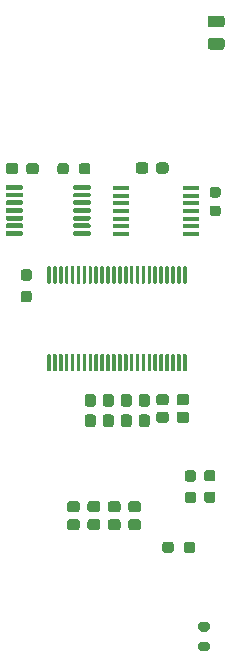
<source format=gbp>
G04 #@! TF.GenerationSoftware,KiCad,Pcbnew,(5.1.12)-1*
G04 #@! TF.CreationDate,2022-08-10T22:17:10-07:00*
G04 #@! TF.ProjectId,jbVeraHDMI,6a625665-7261-4484-944d-492e6b696361,rev?*
G04 #@! TF.SameCoordinates,Original*
G04 #@! TF.FileFunction,Paste,Bot*
G04 #@! TF.FilePolarity,Positive*
%FSLAX46Y46*%
G04 Gerber Fmt 4.6, Leading zero omitted, Abs format (unit mm)*
G04 Created by KiCad (PCBNEW (5.1.12)-1) date 2022-08-10 22:17:10*
%MOMM*%
%LPD*%
G01*
G04 APERTURE LIST*
%ADD10R,1.450000X0.450000*%
G04 APERTURE END LIST*
G36*
G01*
X147704800Y-115692100D02*
X148179800Y-115692100D01*
G75*
G02*
X148417300Y-115929600I0J-237500D01*
G01*
X148417300Y-116429600D01*
G75*
G02*
X148179800Y-116667100I-237500J0D01*
G01*
X147704800Y-116667100D01*
G75*
G02*
X147467300Y-116429600I0J237500D01*
G01*
X147467300Y-115929600D01*
G75*
G02*
X147704800Y-115692100I237500J0D01*
G01*
G37*
G36*
G01*
X147704800Y-113867100D02*
X148179800Y-113867100D01*
G75*
G02*
X148417300Y-114104600I0J-237500D01*
G01*
X148417300Y-114604600D01*
G75*
G02*
X148179800Y-114842100I-237500J0D01*
G01*
X147704800Y-114842100D01*
G75*
G02*
X147467300Y-114604600I0J237500D01*
G01*
X147467300Y-114104600D01*
G75*
G02*
X147704800Y-113867100I237500J0D01*
G01*
G37*
G36*
G01*
X146066500Y-115715600D02*
X146541500Y-115715600D01*
G75*
G02*
X146779000Y-115953100I0J-237500D01*
G01*
X146779000Y-116453100D01*
G75*
G02*
X146541500Y-116690600I-237500J0D01*
G01*
X146066500Y-116690600D01*
G75*
G02*
X145829000Y-116453100I0J237500D01*
G01*
X145829000Y-115953100D01*
G75*
G02*
X146066500Y-115715600I237500J0D01*
G01*
G37*
G36*
G01*
X146066500Y-113890600D02*
X146541500Y-113890600D01*
G75*
G02*
X146779000Y-114128100I0J-237500D01*
G01*
X146779000Y-114628100D01*
G75*
G02*
X146541500Y-114865600I-237500J0D01*
G01*
X146066500Y-114865600D01*
G75*
G02*
X145829000Y-114628100I0J237500D01*
G01*
X145829000Y-114128100D01*
G75*
G02*
X146066500Y-113890600I237500J0D01*
G01*
G37*
G36*
G01*
X132635000Y-97845700D02*
X132160000Y-97845700D01*
G75*
G02*
X131922500Y-97608200I0J237500D01*
G01*
X131922500Y-97108200D01*
G75*
G02*
X132160000Y-96870700I237500J0D01*
G01*
X132635000Y-96870700D01*
G75*
G02*
X132872500Y-97108200I0J-237500D01*
G01*
X132872500Y-97608200D01*
G75*
G02*
X132635000Y-97845700I-237500J0D01*
G01*
G37*
G36*
G01*
X132635000Y-99670700D02*
X132160000Y-99670700D01*
G75*
G02*
X131922500Y-99433200I0J237500D01*
G01*
X131922500Y-98933200D01*
G75*
G02*
X132160000Y-98695700I237500J0D01*
G01*
X132635000Y-98695700D01*
G75*
G02*
X132872500Y-98933200I0J-237500D01*
G01*
X132872500Y-99433200D01*
G75*
G02*
X132635000Y-99670700I-237500J0D01*
G01*
G37*
G36*
G01*
X143391600Y-88540600D02*
X143391600Y-88065600D01*
G75*
G02*
X143629100Y-87828100I237500J0D01*
G01*
X144229100Y-87828100D01*
G75*
G02*
X144466600Y-88065600I0J-237500D01*
G01*
X144466600Y-88540600D01*
G75*
G02*
X144229100Y-88778100I-237500J0D01*
G01*
X143629100Y-88778100D01*
G75*
G02*
X143391600Y-88540600I0J237500D01*
G01*
G37*
G36*
G01*
X141666600Y-88540600D02*
X141666600Y-88065600D01*
G75*
G02*
X141904100Y-87828100I237500J0D01*
G01*
X142504100Y-87828100D01*
G75*
G02*
X142741600Y-88065600I0J-237500D01*
G01*
X142741600Y-88540600D01*
G75*
G02*
X142504100Y-88778100I-237500J0D01*
G01*
X141904100Y-88778100D01*
G75*
G02*
X141666600Y-88540600I0J237500D01*
G01*
G37*
G36*
G01*
X132134400Y-89844900D02*
X132134400Y-90044900D01*
G75*
G02*
X132034400Y-90144900I-100000J0D01*
G01*
X130759400Y-90144900D01*
G75*
G02*
X130659400Y-90044900I0J100000D01*
G01*
X130659400Y-89844900D01*
G75*
G02*
X130759400Y-89744900I100000J0D01*
G01*
X132034400Y-89744900D01*
G75*
G02*
X132134400Y-89844900I0J-100000D01*
G01*
G37*
G36*
G01*
X132134400Y-90494900D02*
X132134400Y-90694900D01*
G75*
G02*
X132034400Y-90794900I-100000J0D01*
G01*
X130759400Y-90794900D01*
G75*
G02*
X130659400Y-90694900I0J100000D01*
G01*
X130659400Y-90494900D01*
G75*
G02*
X130759400Y-90394900I100000J0D01*
G01*
X132034400Y-90394900D01*
G75*
G02*
X132134400Y-90494900I0J-100000D01*
G01*
G37*
G36*
G01*
X132134400Y-91144900D02*
X132134400Y-91344900D01*
G75*
G02*
X132034400Y-91444900I-100000J0D01*
G01*
X130759400Y-91444900D01*
G75*
G02*
X130659400Y-91344900I0J100000D01*
G01*
X130659400Y-91144900D01*
G75*
G02*
X130759400Y-91044900I100000J0D01*
G01*
X132034400Y-91044900D01*
G75*
G02*
X132134400Y-91144900I0J-100000D01*
G01*
G37*
G36*
G01*
X132134400Y-91794900D02*
X132134400Y-91994900D01*
G75*
G02*
X132034400Y-92094900I-100000J0D01*
G01*
X130759400Y-92094900D01*
G75*
G02*
X130659400Y-91994900I0J100000D01*
G01*
X130659400Y-91794900D01*
G75*
G02*
X130759400Y-91694900I100000J0D01*
G01*
X132034400Y-91694900D01*
G75*
G02*
X132134400Y-91794900I0J-100000D01*
G01*
G37*
G36*
G01*
X132134400Y-92444900D02*
X132134400Y-92644900D01*
G75*
G02*
X132034400Y-92744900I-100000J0D01*
G01*
X130759400Y-92744900D01*
G75*
G02*
X130659400Y-92644900I0J100000D01*
G01*
X130659400Y-92444900D01*
G75*
G02*
X130759400Y-92344900I100000J0D01*
G01*
X132034400Y-92344900D01*
G75*
G02*
X132134400Y-92444900I0J-100000D01*
G01*
G37*
G36*
G01*
X132134400Y-93094900D02*
X132134400Y-93294900D01*
G75*
G02*
X132034400Y-93394900I-100000J0D01*
G01*
X130759400Y-93394900D01*
G75*
G02*
X130659400Y-93294900I0J100000D01*
G01*
X130659400Y-93094900D01*
G75*
G02*
X130759400Y-92994900I100000J0D01*
G01*
X132034400Y-92994900D01*
G75*
G02*
X132134400Y-93094900I0J-100000D01*
G01*
G37*
G36*
G01*
X132134400Y-93744900D02*
X132134400Y-93944900D01*
G75*
G02*
X132034400Y-94044900I-100000J0D01*
G01*
X130759400Y-94044900D01*
G75*
G02*
X130659400Y-93944900I0J100000D01*
G01*
X130659400Y-93744900D01*
G75*
G02*
X130759400Y-93644900I100000J0D01*
G01*
X132034400Y-93644900D01*
G75*
G02*
X132134400Y-93744900I0J-100000D01*
G01*
G37*
G36*
G01*
X137859400Y-93744900D02*
X137859400Y-93944900D01*
G75*
G02*
X137759400Y-94044900I-100000J0D01*
G01*
X136484400Y-94044900D01*
G75*
G02*
X136384400Y-93944900I0J100000D01*
G01*
X136384400Y-93744900D01*
G75*
G02*
X136484400Y-93644900I100000J0D01*
G01*
X137759400Y-93644900D01*
G75*
G02*
X137859400Y-93744900I0J-100000D01*
G01*
G37*
G36*
G01*
X137859400Y-93094900D02*
X137859400Y-93294900D01*
G75*
G02*
X137759400Y-93394900I-100000J0D01*
G01*
X136484400Y-93394900D01*
G75*
G02*
X136384400Y-93294900I0J100000D01*
G01*
X136384400Y-93094900D01*
G75*
G02*
X136484400Y-92994900I100000J0D01*
G01*
X137759400Y-92994900D01*
G75*
G02*
X137859400Y-93094900I0J-100000D01*
G01*
G37*
G36*
G01*
X137859400Y-92444900D02*
X137859400Y-92644900D01*
G75*
G02*
X137759400Y-92744900I-100000J0D01*
G01*
X136484400Y-92744900D01*
G75*
G02*
X136384400Y-92644900I0J100000D01*
G01*
X136384400Y-92444900D01*
G75*
G02*
X136484400Y-92344900I100000J0D01*
G01*
X137759400Y-92344900D01*
G75*
G02*
X137859400Y-92444900I0J-100000D01*
G01*
G37*
G36*
G01*
X137859400Y-91794900D02*
X137859400Y-91994900D01*
G75*
G02*
X137759400Y-92094900I-100000J0D01*
G01*
X136484400Y-92094900D01*
G75*
G02*
X136384400Y-91994900I0J100000D01*
G01*
X136384400Y-91794900D01*
G75*
G02*
X136484400Y-91694900I100000J0D01*
G01*
X137759400Y-91694900D01*
G75*
G02*
X137859400Y-91794900I0J-100000D01*
G01*
G37*
G36*
G01*
X137859400Y-91144900D02*
X137859400Y-91344900D01*
G75*
G02*
X137759400Y-91444900I-100000J0D01*
G01*
X136484400Y-91444900D01*
G75*
G02*
X136384400Y-91344900I0J100000D01*
G01*
X136384400Y-91144900D01*
G75*
G02*
X136484400Y-91044900I100000J0D01*
G01*
X137759400Y-91044900D01*
G75*
G02*
X137859400Y-91144900I0J-100000D01*
G01*
G37*
G36*
G01*
X137859400Y-90494900D02*
X137859400Y-90694900D01*
G75*
G02*
X137759400Y-90794900I-100000J0D01*
G01*
X136484400Y-90794900D01*
G75*
G02*
X136384400Y-90694900I0J100000D01*
G01*
X136384400Y-90494900D01*
G75*
G02*
X136484400Y-90394900I100000J0D01*
G01*
X137759400Y-90394900D01*
G75*
G02*
X137859400Y-90494900I0J-100000D01*
G01*
G37*
G36*
G01*
X137859400Y-89844900D02*
X137859400Y-90044900D01*
G75*
G02*
X137759400Y-90144900I-100000J0D01*
G01*
X136484400Y-90144900D01*
G75*
G02*
X136384400Y-90044900I0J100000D01*
G01*
X136384400Y-89844900D01*
G75*
G02*
X136484400Y-89744900I100000J0D01*
G01*
X137759400Y-89744900D01*
G75*
G02*
X137859400Y-89844900I0J-100000D01*
G01*
G37*
G36*
G01*
X132401020Y-88583780D02*
X132401020Y-88108780D01*
G75*
G02*
X132638520Y-87871280I237500J0D01*
G01*
X133238520Y-87871280D01*
G75*
G02*
X133476020Y-88108780I0J-237500D01*
G01*
X133476020Y-88583780D01*
G75*
G02*
X133238520Y-88821280I-237500J0D01*
G01*
X132638520Y-88821280D01*
G75*
G02*
X132401020Y-88583780I0J237500D01*
G01*
G37*
G36*
G01*
X130676020Y-88583780D02*
X130676020Y-88108780D01*
G75*
G02*
X130913520Y-87871280I237500J0D01*
G01*
X131513520Y-87871280D01*
G75*
G02*
X131751020Y-88108780I0J-237500D01*
G01*
X131751020Y-88583780D01*
G75*
G02*
X131513520Y-88821280I-237500J0D01*
G01*
X130913520Y-88821280D01*
G75*
G02*
X130676020Y-88583780I0J237500D01*
G01*
G37*
G36*
G01*
X148013400Y-77295200D02*
X148963400Y-77295200D01*
G75*
G02*
X149213400Y-77545200I0J-250000D01*
G01*
X149213400Y-78045200D01*
G75*
G02*
X148963400Y-78295200I-250000J0D01*
G01*
X148013400Y-78295200D01*
G75*
G02*
X147763400Y-78045200I0J250000D01*
G01*
X147763400Y-77545200D01*
G75*
G02*
X148013400Y-77295200I250000J0D01*
G01*
G37*
G36*
G01*
X148013400Y-75395200D02*
X148963400Y-75395200D01*
G75*
G02*
X149213400Y-75645200I0J-250000D01*
G01*
X149213400Y-76145200D01*
G75*
G02*
X148963400Y-76395200I-250000J0D01*
G01*
X148013400Y-76395200D01*
G75*
G02*
X147763400Y-76145200I0J250000D01*
G01*
X147763400Y-75645200D01*
G75*
G02*
X148013400Y-75395200I250000J0D01*
G01*
G37*
G36*
G01*
X142167600Y-109162900D02*
X142642600Y-109162900D01*
G75*
G02*
X142880100Y-109400400I0J-237500D01*
G01*
X142880100Y-110000400D01*
G75*
G02*
X142642600Y-110237900I-237500J0D01*
G01*
X142167600Y-110237900D01*
G75*
G02*
X141930100Y-110000400I0J237500D01*
G01*
X141930100Y-109400400D01*
G75*
G02*
X142167600Y-109162900I237500J0D01*
G01*
G37*
G36*
G01*
X142167600Y-107437900D02*
X142642600Y-107437900D01*
G75*
G02*
X142880100Y-107675400I0J-237500D01*
G01*
X142880100Y-108275400D01*
G75*
G02*
X142642600Y-108512900I-237500J0D01*
G01*
X142167600Y-108512900D01*
G75*
G02*
X141930100Y-108275400I0J237500D01*
G01*
X141930100Y-107675400D01*
G75*
G02*
X142167600Y-107437900I237500J0D01*
G01*
G37*
G36*
G01*
X140643600Y-109164000D02*
X141118600Y-109164000D01*
G75*
G02*
X141356100Y-109401500I0J-237500D01*
G01*
X141356100Y-110001500D01*
G75*
G02*
X141118600Y-110239000I-237500J0D01*
G01*
X140643600Y-110239000D01*
G75*
G02*
X140406100Y-110001500I0J237500D01*
G01*
X140406100Y-109401500D01*
G75*
G02*
X140643600Y-109164000I237500J0D01*
G01*
G37*
G36*
G01*
X140643600Y-107439000D02*
X141118600Y-107439000D01*
G75*
G02*
X141356100Y-107676500I0J-237500D01*
G01*
X141356100Y-108276500D01*
G75*
G02*
X141118600Y-108514000I-237500J0D01*
G01*
X140643600Y-108514000D01*
G75*
G02*
X140406100Y-108276500I0J237500D01*
G01*
X140406100Y-107676500D01*
G75*
G02*
X140643600Y-107439000I237500J0D01*
G01*
G37*
G36*
G01*
X137595600Y-109162900D02*
X138070600Y-109162900D01*
G75*
G02*
X138308100Y-109400400I0J-237500D01*
G01*
X138308100Y-110000400D01*
G75*
G02*
X138070600Y-110237900I-237500J0D01*
G01*
X137595600Y-110237900D01*
G75*
G02*
X137358100Y-110000400I0J237500D01*
G01*
X137358100Y-109400400D01*
G75*
G02*
X137595600Y-109162900I237500J0D01*
G01*
G37*
G36*
G01*
X137595600Y-107437900D02*
X138070600Y-107437900D01*
G75*
G02*
X138308100Y-107675400I0J-237500D01*
G01*
X138308100Y-108275400D01*
G75*
G02*
X138070600Y-108512900I-237500J0D01*
G01*
X137595600Y-108512900D01*
G75*
G02*
X137358100Y-108275400I0J237500D01*
G01*
X137358100Y-107675400D01*
G75*
G02*
X137595600Y-107437900I237500J0D01*
G01*
G37*
G36*
G01*
X139119600Y-109165100D02*
X139594600Y-109165100D01*
G75*
G02*
X139832100Y-109402600I0J-237500D01*
G01*
X139832100Y-110002600D01*
G75*
G02*
X139594600Y-110240100I-237500J0D01*
G01*
X139119600Y-110240100D01*
G75*
G02*
X138882100Y-110002600I0J237500D01*
G01*
X138882100Y-109402600D01*
G75*
G02*
X139119600Y-109165100I237500J0D01*
G01*
G37*
G36*
G01*
X139119600Y-107440100D02*
X139594600Y-107440100D01*
G75*
G02*
X139832100Y-107677600I0J-237500D01*
G01*
X139832100Y-108277600D01*
G75*
G02*
X139594600Y-108515100I-237500J0D01*
G01*
X139119600Y-108515100D01*
G75*
G02*
X138882100Y-108277600I0J237500D01*
G01*
X138882100Y-107677600D01*
G75*
G02*
X139119600Y-107440100I237500J0D01*
G01*
G37*
G36*
G01*
X145129300Y-108149400D02*
X145129300Y-107674400D01*
G75*
G02*
X145366800Y-107436900I237500J0D01*
G01*
X145966800Y-107436900D01*
G75*
G02*
X146204300Y-107674400I0J-237500D01*
G01*
X146204300Y-108149400D01*
G75*
G02*
X145966800Y-108386900I-237500J0D01*
G01*
X145366800Y-108386900D01*
G75*
G02*
X145129300Y-108149400I0J237500D01*
G01*
G37*
G36*
G01*
X143404300Y-108149400D02*
X143404300Y-107674400D01*
G75*
G02*
X143641800Y-107436900I237500J0D01*
G01*
X144241800Y-107436900D01*
G75*
G02*
X144479300Y-107674400I0J-237500D01*
G01*
X144479300Y-108149400D01*
G75*
G02*
X144241800Y-108386900I-237500J0D01*
G01*
X143641800Y-108386900D01*
G75*
G02*
X143404300Y-108149400I0J237500D01*
G01*
G37*
G36*
G01*
X145131500Y-109648000D02*
X145131500Y-109173000D01*
G75*
G02*
X145369000Y-108935500I237500J0D01*
G01*
X145969000Y-108935500D01*
G75*
G02*
X146206500Y-109173000I0J-237500D01*
G01*
X146206500Y-109648000D01*
G75*
G02*
X145969000Y-109885500I-237500J0D01*
G01*
X145369000Y-109885500D01*
G75*
G02*
X145131500Y-109648000I0J237500D01*
G01*
G37*
G36*
G01*
X143406500Y-109648000D02*
X143406500Y-109173000D01*
G75*
G02*
X143644000Y-108935500I237500J0D01*
G01*
X144244000Y-108935500D01*
G75*
G02*
X144481500Y-109173000I0J-237500D01*
G01*
X144481500Y-109648000D01*
G75*
G02*
X144244000Y-109885500I-237500J0D01*
G01*
X143644000Y-109885500D01*
G75*
G02*
X143406500Y-109648000I0J237500D01*
G01*
G37*
G36*
G01*
X141039900Y-118741200D02*
X141039900Y-118266200D01*
G75*
G02*
X141277400Y-118028700I237500J0D01*
G01*
X141877400Y-118028700D01*
G75*
G02*
X142114900Y-118266200I0J-237500D01*
G01*
X142114900Y-118741200D01*
G75*
G02*
X141877400Y-118978700I-237500J0D01*
G01*
X141277400Y-118978700D01*
G75*
G02*
X141039900Y-118741200I0J237500D01*
G01*
G37*
G36*
G01*
X139314900Y-118741200D02*
X139314900Y-118266200D01*
G75*
G02*
X139552400Y-118028700I237500J0D01*
G01*
X140152400Y-118028700D01*
G75*
G02*
X140389900Y-118266200I0J-237500D01*
G01*
X140389900Y-118741200D01*
G75*
G02*
X140152400Y-118978700I-237500J0D01*
G01*
X139552400Y-118978700D01*
G75*
G02*
X139314900Y-118741200I0J237500D01*
G01*
G37*
G36*
G01*
X141041000Y-117217200D02*
X141041000Y-116742200D01*
G75*
G02*
X141278500Y-116504700I237500J0D01*
G01*
X141878500Y-116504700D01*
G75*
G02*
X142116000Y-116742200I0J-237500D01*
G01*
X142116000Y-117217200D01*
G75*
G02*
X141878500Y-117454700I-237500J0D01*
G01*
X141278500Y-117454700D01*
G75*
G02*
X141041000Y-117217200I0J237500D01*
G01*
G37*
G36*
G01*
X139316000Y-117217200D02*
X139316000Y-116742200D01*
G75*
G02*
X139553500Y-116504700I237500J0D01*
G01*
X140153500Y-116504700D01*
G75*
G02*
X140391000Y-116742200I0J-237500D01*
G01*
X140391000Y-117217200D01*
G75*
G02*
X140153500Y-117454700I-237500J0D01*
G01*
X139553500Y-117454700D01*
G75*
G02*
X139316000Y-117217200I0J237500D01*
G01*
G37*
G36*
G01*
X137585500Y-118728500D02*
X137585500Y-118253500D01*
G75*
G02*
X137823000Y-118016000I237500J0D01*
G01*
X138423000Y-118016000D01*
G75*
G02*
X138660500Y-118253500I0J-237500D01*
G01*
X138660500Y-118728500D01*
G75*
G02*
X138423000Y-118966000I-237500J0D01*
G01*
X137823000Y-118966000D01*
G75*
G02*
X137585500Y-118728500I0J237500D01*
G01*
G37*
G36*
G01*
X135860500Y-118728500D02*
X135860500Y-118253500D01*
G75*
G02*
X136098000Y-118016000I237500J0D01*
G01*
X136698000Y-118016000D01*
G75*
G02*
X136935500Y-118253500I0J-237500D01*
G01*
X136935500Y-118728500D01*
G75*
G02*
X136698000Y-118966000I-237500J0D01*
G01*
X136098000Y-118966000D01*
G75*
G02*
X135860500Y-118728500I0J237500D01*
G01*
G37*
G36*
G01*
X137585500Y-117204500D02*
X137585500Y-116729500D01*
G75*
G02*
X137823000Y-116492000I237500J0D01*
G01*
X138423000Y-116492000D01*
G75*
G02*
X138660500Y-116729500I0J-237500D01*
G01*
X138660500Y-117204500D01*
G75*
G02*
X138423000Y-117442000I-237500J0D01*
G01*
X137823000Y-117442000D01*
G75*
G02*
X137585500Y-117204500I0J237500D01*
G01*
G37*
G36*
G01*
X135860500Y-117204500D02*
X135860500Y-116729500D01*
G75*
G02*
X136098000Y-116492000I237500J0D01*
G01*
X136698000Y-116492000D01*
G75*
G02*
X136935500Y-116729500I0J-237500D01*
G01*
X136935500Y-117204500D01*
G75*
G02*
X136698000Y-117442000I-237500J0D01*
G01*
X136098000Y-117442000D01*
G75*
G02*
X135860500Y-117204500I0J237500D01*
G01*
G37*
G36*
G01*
X136016180Y-88118940D02*
X136016180Y-88593940D01*
G75*
G02*
X135778680Y-88831440I-237500J0D01*
G01*
X135278680Y-88831440D01*
G75*
G02*
X135041180Y-88593940I0J237500D01*
G01*
X135041180Y-88118940D01*
G75*
G02*
X135278680Y-87881440I237500J0D01*
G01*
X135778680Y-87881440D01*
G75*
G02*
X136016180Y-88118940I0J-237500D01*
G01*
G37*
G36*
G01*
X137841180Y-88118940D02*
X137841180Y-88593940D01*
G75*
G02*
X137603680Y-88831440I-237500J0D01*
G01*
X137103680Y-88831440D01*
G75*
G02*
X136866180Y-88593940I0J237500D01*
G01*
X136866180Y-88118940D01*
G75*
G02*
X137103680Y-87881440I237500J0D01*
G01*
X137603680Y-87881440D01*
G75*
G02*
X137841180Y-88118940I0J-237500D01*
G01*
G37*
G36*
G01*
X145740300Y-120658900D02*
X145740300Y-120183900D01*
G75*
G02*
X145977800Y-119946400I237500J0D01*
G01*
X146477800Y-119946400D01*
G75*
G02*
X146715300Y-120183900I0J-237500D01*
G01*
X146715300Y-120658900D01*
G75*
G02*
X146477800Y-120896400I-237500J0D01*
G01*
X145977800Y-120896400D01*
G75*
G02*
X145740300Y-120658900I0J237500D01*
G01*
G37*
G36*
G01*
X143915300Y-120658900D02*
X143915300Y-120183900D01*
G75*
G02*
X144152800Y-119946400I237500J0D01*
G01*
X144652800Y-119946400D01*
G75*
G02*
X144890300Y-120183900I0J-237500D01*
G01*
X144890300Y-120658900D01*
G75*
G02*
X144652800Y-120896400I-237500J0D01*
G01*
X144152800Y-120896400D01*
G75*
G02*
X143915300Y-120658900I0J237500D01*
G01*
G37*
G36*
G01*
X147184700Y-128402400D02*
X147734700Y-128402400D01*
G75*
G02*
X147934700Y-128602400I0J-200000D01*
G01*
X147934700Y-129002400D01*
G75*
G02*
X147734700Y-129202400I-200000J0D01*
G01*
X147184700Y-129202400D01*
G75*
G02*
X146984700Y-129002400I0J200000D01*
G01*
X146984700Y-128602400D01*
G75*
G02*
X147184700Y-128402400I200000J0D01*
G01*
G37*
G36*
G01*
X147184700Y-126752400D02*
X147734700Y-126752400D01*
G75*
G02*
X147934700Y-126952400I0J-200000D01*
G01*
X147934700Y-127352400D01*
G75*
G02*
X147734700Y-127552400I-200000J0D01*
G01*
X147184700Y-127552400D01*
G75*
G02*
X146984700Y-127352400I0J200000D01*
G01*
X146984700Y-126952400D01*
G75*
G02*
X147184700Y-126752400I200000J0D01*
G01*
G37*
G36*
G01*
X145906000Y-98091600D02*
X145756000Y-98091600D01*
G75*
G02*
X145681000Y-98016600I0J75000D01*
G01*
X145681000Y-96691600D01*
G75*
G02*
X145756000Y-96616600I75000J0D01*
G01*
X145906000Y-96616600D01*
G75*
G02*
X145981000Y-96691600I0J-75000D01*
G01*
X145981000Y-98016600D01*
G75*
G02*
X145906000Y-98091600I-75000J0D01*
G01*
G37*
G36*
G01*
X145406000Y-98091600D02*
X145256000Y-98091600D01*
G75*
G02*
X145181000Y-98016600I0J75000D01*
G01*
X145181000Y-96691600D01*
G75*
G02*
X145256000Y-96616600I75000J0D01*
G01*
X145406000Y-96616600D01*
G75*
G02*
X145481000Y-96691600I0J-75000D01*
G01*
X145481000Y-98016600D01*
G75*
G02*
X145406000Y-98091600I-75000J0D01*
G01*
G37*
G36*
G01*
X144906000Y-98091600D02*
X144756000Y-98091600D01*
G75*
G02*
X144681000Y-98016600I0J75000D01*
G01*
X144681000Y-96691600D01*
G75*
G02*
X144756000Y-96616600I75000J0D01*
G01*
X144906000Y-96616600D01*
G75*
G02*
X144981000Y-96691600I0J-75000D01*
G01*
X144981000Y-98016600D01*
G75*
G02*
X144906000Y-98091600I-75000J0D01*
G01*
G37*
G36*
G01*
X144406000Y-98091600D02*
X144256000Y-98091600D01*
G75*
G02*
X144181000Y-98016600I0J75000D01*
G01*
X144181000Y-96691600D01*
G75*
G02*
X144256000Y-96616600I75000J0D01*
G01*
X144406000Y-96616600D01*
G75*
G02*
X144481000Y-96691600I0J-75000D01*
G01*
X144481000Y-98016600D01*
G75*
G02*
X144406000Y-98091600I-75000J0D01*
G01*
G37*
G36*
G01*
X143906000Y-98091600D02*
X143756000Y-98091600D01*
G75*
G02*
X143681000Y-98016600I0J75000D01*
G01*
X143681000Y-96691600D01*
G75*
G02*
X143756000Y-96616600I75000J0D01*
G01*
X143906000Y-96616600D01*
G75*
G02*
X143981000Y-96691600I0J-75000D01*
G01*
X143981000Y-98016600D01*
G75*
G02*
X143906000Y-98091600I-75000J0D01*
G01*
G37*
G36*
G01*
X143406000Y-98091600D02*
X143256000Y-98091600D01*
G75*
G02*
X143181000Y-98016600I0J75000D01*
G01*
X143181000Y-96691600D01*
G75*
G02*
X143256000Y-96616600I75000J0D01*
G01*
X143406000Y-96616600D01*
G75*
G02*
X143481000Y-96691600I0J-75000D01*
G01*
X143481000Y-98016600D01*
G75*
G02*
X143406000Y-98091600I-75000J0D01*
G01*
G37*
G36*
G01*
X142906000Y-98091600D02*
X142756000Y-98091600D01*
G75*
G02*
X142681000Y-98016600I0J75000D01*
G01*
X142681000Y-96691600D01*
G75*
G02*
X142756000Y-96616600I75000J0D01*
G01*
X142906000Y-96616600D01*
G75*
G02*
X142981000Y-96691600I0J-75000D01*
G01*
X142981000Y-98016600D01*
G75*
G02*
X142906000Y-98091600I-75000J0D01*
G01*
G37*
G36*
G01*
X142406000Y-98091600D02*
X142256000Y-98091600D01*
G75*
G02*
X142181000Y-98016600I0J75000D01*
G01*
X142181000Y-96691600D01*
G75*
G02*
X142256000Y-96616600I75000J0D01*
G01*
X142406000Y-96616600D01*
G75*
G02*
X142481000Y-96691600I0J-75000D01*
G01*
X142481000Y-98016600D01*
G75*
G02*
X142406000Y-98091600I-75000J0D01*
G01*
G37*
G36*
G01*
X141906000Y-98091600D02*
X141756000Y-98091600D01*
G75*
G02*
X141681000Y-98016600I0J75000D01*
G01*
X141681000Y-96691600D01*
G75*
G02*
X141756000Y-96616600I75000J0D01*
G01*
X141906000Y-96616600D01*
G75*
G02*
X141981000Y-96691600I0J-75000D01*
G01*
X141981000Y-98016600D01*
G75*
G02*
X141906000Y-98091600I-75000J0D01*
G01*
G37*
G36*
G01*
X141406000Y-98091600D02*
X141256000Y-98091600D01*
G75*
G02*
X141181000Y-98016600I0J75000D01*
G01*
X141181000Y-96691600D01*
G75*
G02*
X141256000Y-96616600I75000J0D01*
G01*
X141406000Y-96616600D01*
G75*
G02*
X141481000Y-96691600I0J-75000D01*
G01*
X141481000Y-98016600D01*
G75*
G02*
X141406000Y-98091600I-75000J0D01*
G01*
G37*
G36*
G01*
X140906000Y-98091600D02*
X140756000Y-98091600D01*
G75*
G02*
X140681000Y-98016600I0J75000D01*
G01*
X140681000Y-96691600D01*
G75*
G02*
X140756000Y-96616600I75000J0D01*
G01*
X140906000Y-96616600D01*
G75*
G02*
X140981000Y-96691600I0J-75000D01*
G01*
X140981000Y-98016600D01*
G75*
G02*
X140906000Y-98091600I-75000J0D01*
G01*
G37*
G36*
G01*
X140406000Y-98091600D02*
X140256000Y-98091600D01*
G75*
G02*
X140181000Y-98016600I0J75000D01*
G01*
X140181000Y-96691600D01*
G75*
G02*
X140256000Y-96616600I75000J0D01*
G01*
X140406000Y-96616600D01*
G75*
G02*
X140481000Y-96691600I0J-75000D01*
G01*
X140481000Y-98016600D01*
G75*
G02*
X140406000Y-98091600I-75000J0D01*
G01*
G37*
G36*
G01*
X139906000Y-98091600D02*
X139756000Y-98091600D01*
G75*
G02*
X139681000Y-98016600I0J75000D01*
G01*
X139681000Y-96691600D01*
G75*
G02*
X139756000Y-96616600I75000J0D01*
G01*
X139906000Y-96616600D01*
G75*
G02*
X139981000Y-96691600I0J-75000D01*
G01*
X139981000Y-98016600D01*
G75*
G02*
X139906000Y-98091600I-75000J0D01*
G01*
G37*
G36*
G01*
X139406000Y-98091600D02*
X139256000Y-98091600D01*
G75*
G02*
X139181000Y-98016600I0J75000D01*
G01*
X139181000Y-96691600D01*
G75*
G02*
X139256000Y-96616600I75000J0D01*
G01*
X139406000Y-96616600D01*
G75*
G02*
X139481000Y-96691600I0J-75000D01*
G01*
X139481000Y-98016600D01*
G75*
G02*
X139406000Y-98091600I-75000J0D01*
G01*
G37*
G36*
G01*
X138906000Y-98091600D02*
X138756000Y-98091600D01*
G75*
G02*
X138681000Y-98016600I0J75000D01*
G01*
X138681000Y-96691600D01*
G75*
G02*
X138756000Y-96616600I75000J0D01*
G01*
X138906000Y-96616600D01*
G75*
G02*
X138981000Y-96691600I0J-75000D01*
G01*
X138981000Y-98016600D01*
G75*
G02*
X138906000Y-98091600I-75000J0D01*
G01*
G37*
G36*
G01*
X138406000Y-98091600D02*
X138256000Y-98091600D01*
G75*
G02*
X138181000Y-98016600I0J75000D01*
G01*
X138181000Y-96691600D01*
G75*
G02*
X138256000Y-96616600I75000J0D01*
G01*
X138406000Y-96616600D01*
G75*
G02*
X138481000Y-96691600I0J-75000D01*
G01*
X138481000Y-98016600D01*
G75*
G02*
X138406000Y-98091600I-75000J0D01*
G01*
G37*
G36*
G01*
X137906000Y-98091600D02*
X137756000Y-98091600D01*
G75*
G02*
X137681000Y-98016600I0J75000D01*
G01*
X137681000Y-96691600D01*
G75*
G02*
X137756000Y-96616600I75000J0D01*
G01*
X137906000Y-96616600D01*
G75*
G02*
X137981000Y-96691600I0J-75000D01*
G01*
X137981000Y-98016600D01*
G75*
G02*
X137906000Y-98091600I-75000J0D01*
G01*
G37*
G36*
G01*
X137406000Y-98091600D02*
X137256000Y-98091600D01*
G75*
G02*
X137181000Y-98016600I0J75000D01*
G01*
X137181000Y-96691600D01*
G75*
G02*
X137256000Y-96616600I75000J0D01*
G01*
X137406000Y-96616600D01*
G75*
G02*
X137481000Y-96691600I0J-75000D01*
G01*
X137481000Y-98016600D01*
G75*
G02*
X137406000Y-98091600I-75000J0D01*
G01*
G37*
G36*
G01*
X136906000Y-98091600D02*
X136756000Y-98091600D01*
G75*
G02*
X136681000Y-98016600I0J75000D01*
G01*
X136681000Y-96691600D01*
G75*
G02*
X136756000Y-96616600I75000J0D01*
G01*
X136906000Y-96616600D01*
G75*
G02*
X136981000Y-96691600I0J-75000D01*
G01*
X136981000Y-98016600D01*
G75*
G02*
X136906000Y-98091600I-75000J0D01*
G01*
G37*
G36*
G01*
X136406000Y-98091600D02*
X136256000Y-98091600D01*
G75*
G02*
X136181000Y-98016600I0J75000D01*
G01*
X136181000Y-96691600D01*
G75*
G02*
X136256000Y-96616600I75000J0D01*
G01*
X136406000Y-96616600D01*
G75*
G02*
X136481000Y-96691600I0J-75000D01*
G01*
X136481000Y-98016600D01*
G75*
G02*
X136406000Y-98091600I-75000J0D01*
G01*
G37*
G36*
G01*
X135906000Y-98091600D02*
X135756000Y-98091600D01*
G75*
G02*
X135681000Y-98016600I0J75000D01*
G01*
X135681000Y-96691600D01*
G75*
G02*
X135756000Y-96616600I75000J0D01*
G01*
X135906000Y-96616600D01*
G75*
G02*
X135981000Y-96691600I0J-75000D01*
G01*
X135981000Y-98016600D01*
G75*
G02*
X135906000Y-98091600I-75000J0D01*
G01*
G37*
G36*
G01*
X135406000Y-98091600D02*
X135256000Y-98091600D01*
G75*
G02*
X135181000Y-98016600I0J75000D01*
G01*
X135181000Y-96691600D01*
G75*
G02*
X135256000Y-96616600I75000J0D01*
G01*
X135406000Y-96616600D01*
G75*
G02*
X135481000Y-96691600I0J-75000D01*
G01*
X135481000Y-98016600D01*
G75*
G02*
X135406000Y-98091600I-75000J0D01*
G01*
G37*
G36*
G01*
X134906000Y-98091600D02*
X134756000Y-98091600D01*
G75*
G02*
X134681000Y-98016600I0J75000D01*
G01*
X134681000Y-96691600D01*
G75*
G02*
X134756000Y-96616600I75000J0D01*
G01*
X134906000Y-96616600D01*
G75*
G02*
X134981000Y-96691600I0J-75000D01*
G01*
X134981000Y-98016600D01*
G75*
G02*
X134906000Y-98091600I-75000J0D01*
G01*
G37*
G36*
G01*
X134406000Y-98091600D02*
X134256000Y-98091600D01*
G75*
G02*
X134181000Y-98016600I0J75000D01*
G01*
X134181000Y-96691600D01*
G75*
G02*
X134256000Y-96616600I75000J0D01*
G01*
X134406000Y-96616600D01*
G75*
G02*
X134481000Y-96691600I0J-75000D01*
G01*
X134481000Y-98016600D01*
G75*
G02*
X134406000Y-98091600I-75000J0D01*
G01*
G37*
G36*
G01*
X134406000Y-105516600D02*
X134256000Y-105516600D01*
G75*
G02*
X134181000Y-105441600I0J75000D01*
G01*
X134181000Y-104116600D01*
G75*
G02*
X134256000Y-104041600I75000J0D01*
G01*
X134406000Y-104041600D01*
G75*
G02*
X134481000Y-104116600I0J-75000D01*
G01*
X134481000Y-105441600D01*
G75*
G02*
X134406000Y-105516600I-75000J0D01*
G01*
G37*
G36*
G01*
X134906000Y-105516600D02*
X134756000Y-105516600D01*
G75*
G02*
X134681000Y-105441600I0J75000D01*
G01*
X134681000Y-104116600D01*
G75*
G02*
X134756000Y-104041600I75000J0D01*
G01*
X134906000Y-104041600D01*
G75*
G02*
X134981000Y-104116600I0J-75000D01*
G01*
X134981000Y-105441600D01*
G75*
G02*
X134906000Y-105516600I-75000J0D01*
G01*
G37*
G36*
G01*
X135406000Y-105516600D02*
X135256000Y-105516600D01*
G75*
G02*
X135181000Y-105441600I0J75000D01*
G01*
X135181000Y-104116600D01*
G75*
G02*
X135256000Y-104041600I75000J0D01*
G01*
X135406000Y-104041600D01*
G75*
G02*
X135481000Y-104116600I0J-75000D01*
G01*
X135481000Y-105441600D01*
G75*
G02*
X135406000Y-105516600I-75000J0D01*
G01*
G37*
G36*
G01*
X135906000Y-105516600D02*
X135756000Y-105516600D01*
G75*
G02*
X135681000Y-105441600I0J75000D01*
G01*
X135681000Y-104116600D01*
G75*
G02*
X135756000Y-104041600I75000J0D01*
G01*
X135906000Y-104041600D01*
G75*
G02*
X135981000Y-104116600I0J-75000D01*
G01*
X135981000Y-105441600D01*
G75*
G02*
X135906000Y-105516600I-75000J0D01*
G01*
G37*
G36*
G01*
X136406000Y-105516600D02*
X136256000Y-105516600D01*
G75*
G02*
X136181000Y-105441600I0J75000D01*
G01*
X136181000Y-104116600D01*
G75*
G02*
X136256000Y-104041600I75000J0D01*
G01*
X136406000Y-104041600D01*
G75*
G02*
X136481000Y-104116600I0J-75000D01*
G01*
X136481000Y-105441600D01*
G75*
G02*
X136406000Y-105516600I-75000J0D01*
G01*
G37*
G36*
G01*
X136906000Y-105516600D02*
X136756000Y-105516600D01*
G75*
G02*
X136681000Y-105441600I0J75000D01*
G01*
X136681000Y-104116600D01*
G75*
G02*
X136756000Y-104041600I75000J0D01*
G01*
X136906000Y-104041600D01*
G75*
G02*
X136981000Y-104116600I0J-75000D01*
G01*
X136981000Y-105441600D01*
G75*
G02*
X136906000Y-105516600I-75000J0D01*
G01*
G37*
G36*
G01*
X137406000Y-105516600D02*
X137256000Y-105516600D01*
G75*
G02*
X137181000Y-105441600I0J75000D01*
G01*
X137181000Y-104116600D01*
G75*
G02*
X137256000Y-104041600I75000J0D01*
G01*
X137406000Y-104041600D01*
G75*
G02*
X137481000Y-104116600I0J-75000D01*
G01*
X137481000Y-105441600D01*
G75*
G02*
X137406000Y-105516600I-75000J0D01*
G01*
G37*
G36*
G01*
X137906000Y-105516600D02*
X137756000Y-105516600D01*
G75*
G02*
X137681000Y-105441600I0J75000D01*
G01*
X137681000Y-104116600D01*
G75*
G02*
X137756000Y-104041600I75000J0D01*
G01*
X137906000Y-104041600D01*
G75*
G02*
X137981000Y-104116600I0J-75000D01*
G01*
X137981000Y-105441600D01*
G75*
G02*
X137906000Y-105516600I-75000J0D01*
G01*
G37*
G36*
G01*
X138406000Y-105516600D02*
X138256000Y-105516600D01*
G75*
G02*
X138181000Y-105441600I0J75000D01*
G01*
X138181000Y-104116600D01*
G75*
G02*
X138256000Y-104041600I75000J0D01*
G01*
X138406000Y-104041600D01*
G75*
G02*
X138481000Y-104116600I0J-75000D01*
G01*
X138481000Y-105441600D01*
G75*
G02*
X138406000Y-105516600I-75000J0D01*
G01*
G37*
G36*
G01*
X138906000Y-105516600D02*
X138756000Y-105516600D01*
G75*
G02*
X138681000Y-105441600I0J75000D01*
G01*
X138681000Y-104116600D01*
G75*
G02*
X138756000Y-104041600I75000J0D01*
G01*
X138906000Y-104041600D01*
G75*
G02*
X138981000Y-104116600I0J-75000D01*
G01*
X138981000Y-105441600D01*
G75*
G02*
X138906000Y-105516600I-75000J0D01*
G01*
G37*
G36*
G01*
X139406000Y-105516600D02*
X139256000Y-105516600D01*
G75*
G02*
X139181000Y-105441600I0J75000D01*
G01*
X139181000Y-104116600D01*
G75*
G02*
X139256000Y-104041600I75000J0D01*
G01*
X139406000Y-104041600D01*
G75*
G02*
X139481000Y-104116600I0J-75000D01*
G01*
X139481000Y-105441600D01*
G75*
G02*
X139406000Y-105516600I-75000J0D01*
G01*
G37*
G36*
G01*
X139906000Y-105516600D02*
X139756000Y-105516600D01*
G75*
G02*
X139681000Y-105441600I0J75000D01*
G01*
X139681000Y-104116600D01*
G75*
G02*
X139756000Y-104041600I75000J0D01*
G01*
X139906000Y-104041600D01*
G75*
G02*
X139981000Y-104116600I0J-75000D01*
G01*
X139981000Y-105441600D01*
G75*
G02*
X139906000Y-105516600I-75000J0D01*
G01*
G37*
G36*
G01*
X140406000Y-105516600D02*
X140256000Y-105516600D01*
G75*
G02*
X140181000Y-105441600I0J75000D01*
G01*
X140181000Y-104116600D01*
G75*
G02*
X140256000Y-104041600I75000J0D01*
G01*
X140406000Y-104041600D01*
G75*
G02*
X140481000Y-104116600I0J-75000D01*
G01*
X140481000Y-105441600D01*
G75*
G02*
X140406000Y-105516600I-75000J0D01*
G01*
G37*
G36*
G01*
X140906000Y-105516600D02*
X140756000Y-105516600D01*
G75*
G02*
X140681000Y-105441600I0J75000D01*
G01*
X140681000Y-104116600D01*
G75*
G02*
X140756000Y-104041600I75000J0D01*
G01*
X140906000Y-104041600D01*
G75*
G02*
X140981000Y-104116600I0J-75000D01*
G01*
X140981000Y-105441600D01*
G75*
G02*
X140906000Y-105516600I-75000J0D01*
G01*
G37*
G36*
G01*
X141406000Y-105516600D02*
X141256000Y-105516600D01*
G75*
G02*
X141181000Y-105441600I0J75000D01*
G01*
X141181000Y-104116600D01*
G75*
G02*
X141256000Y-104041600I75000J0D01*
G01*
X141406000Y-104041600D01*
G75*
G02*
X141481000Y-104116600I0J-75000D01*
G01*
X141481000Y-105441600D01*
G75*
G02*
X141406000Y-105516600I-75000J0D01*
G01*
G37*
G36*
G01*
X141906000Y-105516600D02*
X141756000Y-105516600D01*
G75*
G02*
X141681000Y-105441600I0J75000D01*
G01*
X141681000Y-104116600D01*
G75*
G02*
X141756000Y-104041600I75000J0D01*
G01*
X141906000Y-104041600D01*
G75*
G02*
X141981000Y-104116600I0J-75000D01*
G01*
X141981000Y-105441600D01*
G75*
G02*
X141906000Y-105516600I-75000J0D01*
G01*
G37*
G36*
G01*
X142406000Y-105516600D02*
X142256000Y-105516600D01*
G75*
G02*
X142181000Y-105441600I0J75000D01*
G01*
X142181000Y-104116600D01*
G75*
G02*
X142256000Y-104041600I75000J0D01*
G01*
X142406000Y-104041600D01*
G75*
G02*
X142481000Y-104116600I0J-75000D01*
G01*
X142481000Y-105441600D01*
G75*
G02*
X142406000Y-105516600I-75000J0D01*
G01*
G37*
G36*
G01*
X142906000Y-105516600D02*
X142756000Y-105516600D01*
G75*
G02*
X142681000Y-105441600I0J75000D01*
G01*
X142681000Y-104116600D01*
G75*
G02*
X142756000Y-104041600I75000J0D01*
G01*
X142906000Y-104041600D01*
G75*
G02*
X142981000Y-104116600I0J-75000D01*
G01*
X142981000Y-105441600D01*
G75*
G02*
X142906000Y-105516600I-75000J0D01*
G01*
G37*
G36*
G01*
X143406000Y-105516600D02*
X143256000Y-105516600D01*
G75*
G02*
X143181000Y-105441600I0J75000D01*
G01*
X143181000Y-104116600D01*
G75*
G02*
X143256000Y-104041600I75000J0D01*
G01*
X143406000Y-104041600D01*
G75*
G02*
X143481000Y-104116600I0J-75000D01*
G01*
X143481000Y-105441600D01*
G75*
G02*
X143406000Y-105516600I-75000J0D01*
G01*
G37*
G36*
G01*
X143906000Y-105516600D02*
X143756000Y-105516600D01*
G75*
G02*
X143681000Y-105441600I0J75000D01*
G01*
X143681000Y-104116600D01*
G75*
G02*
X143756000Y-104041600I75000J0D01*
G01*
X143906000Y-104041600D01*
G75*
G02*
X143981000Y-104116600I0J-75000D01*
G01*
X143981000Y-105441600D01*
G75*
G02*
X143906000Y-105516600I-75000J0D01*
G01*
G37*
G36*
G01*
X144406000Y-105516600D02*
X144256000Y-105516600D01*
G75*
G02*
X144181000Y-105441600I0J75000D01*
G01*
X144181000Y-104116600D01*
G75*
G02*
X144256000Y-104041600I75000J0D01*
G01*
X144406000Y-104041600D01*
G75*
G02*
X144481000Y-104116600I0J-75000D01*
G01*
X144481000Y-105441600D01*
G75*
G02*
X144406000Y-105516600I-75000J0D01*
G01*
G37*
G36*
G01*
X144906000Y-105516600D02*
X144756000Y-105516600D01*
G75*
G02*
X144681000Y-105441600I0J75000D01*
G01*
X144681000Y-104116600D01*
G75*
G02*
X144756000Y-104041600I75000J0D01*
G01*
X144906000Y-104041600D01*
G75*
G02*
X144981000Y-104116600I0J-75000D01*
G01*
X144981000Y-105441600D01*
G75*
G02*
X144906000Y-105516600I-75000J0D01*
G01*
G37*
G36*
G01*
X145406000Y-105516600D02*
X145256000Y-105516600D01*
G75*
G02*
X145181000Y-105441600I0J75000D01*
G01*
X145181000Y-104116600D01*
G75*
G02*
X145256000Y-104041600I75000J0D01*
G01*
X145406000Y-104041600D01*
G75*
G02*
X145481000Y-104116600I0J-75000D01*
G01*
X145481000Y-105441600D01*
G75*
G02*
X145406000Y-105516600I-75000J0D01*
G01*
G37*
G36*
G01*
X145906000Y-105516600D02*
X145756000Y-105516600D01*
G75*
G02*
X145681000Y-105441600I0J75000D01*
G01*
X145681000Y-104116600D01*
G75*
G02*
X145756000Y-104041600I75000J0D01*
G01*
X145906000Y-104041600D01*
G75*
G02*
X145981000Y-104116600I0J-75000D01*
G01*
X145981000Y-105441600D01*
G75*
G02*
X145906000Y-105516600I-75000J0D01*
G01*
G37*
D10*
X140458400Y-89985300D03*
X140458400Y-90635300D03*
X140458400Y-91285300D03*
X140458400Y-91935300D03*
X140458400Y-92585300D03*
X140458400Y-93235300D03*
X140458400Y-93885300D03*
X146358400Y-93885300D03*
X146358400Y-93235300D03*
X146358400Y-92585300D03*
X146358400Y-91935300D03*
X146358400Y-91285300D03*
X146358400Y-90635300D03*
X146358400Y-89985300D03*
G36*
G01*
X148143250Y-91497800D02*
X148655750Y-91497800D01*
G75*
G02*
X148874500Y-91716550I0J-218750D01*
G01*
X148874500Y-92154050D01*
G75*
G02*
X148655750Y-92372800I-218750J0D01*
G01*
X148143250Y-92372800D01*
G75*
G02*
X147924500Y-92154050I0J218750D01*
G01*
X147924500Y-91716550D01*
G75*
G02*
X148143250Y-91497800I218750J0D01*
G01*
G37*
G36*
G01*
X148143250Y-89922800D02*
X148655750Y-89922800D01*
G75*
G02*
X148874500Y-90141550I0J-218750D01*
G01*
X148874500Y-90579050D01*
G75*
G02*
X148655750Y-90797800I-218750J0D01*
G01*
X148143250Y-90797800D01*
G75*
G02*
X147924500Y-90579050I0J218750D01*
G01*
X147924500Y-90141550D01*
G75*
G02*
X148143250Y-89922800I218750J0D01*
G01*
G37*
M02*

</source>
